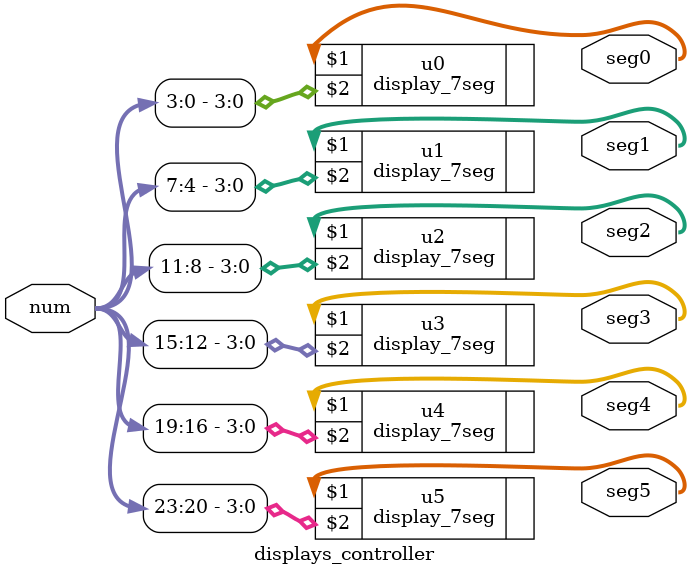
<source format=v>
module displays_controller (seg0,seg1,seg2,seg3,seg4,seg5,num );
//input	[15:0]	num;
input	[23:0]	num;
//output	[6:0]	seg0,seg1,seg2,seg3;
output	[6:0]	seg0,seg1,seg2,seg3,seg4,seg5;

display_7seg	u0	(	seg0,num[3:0]		);
display_7seg	u1	(	seg1,num[7:4]		);
display_7seg	u2	(	seg2,num[11:8]	);
display_7seg 	u3	(	seg3,num[15:12]	);
display_7seg	u4	(	seg4,num[19:16]	);
display_7seg	u5	(	seg5,num[23:20]	);



endmodule

</source>
